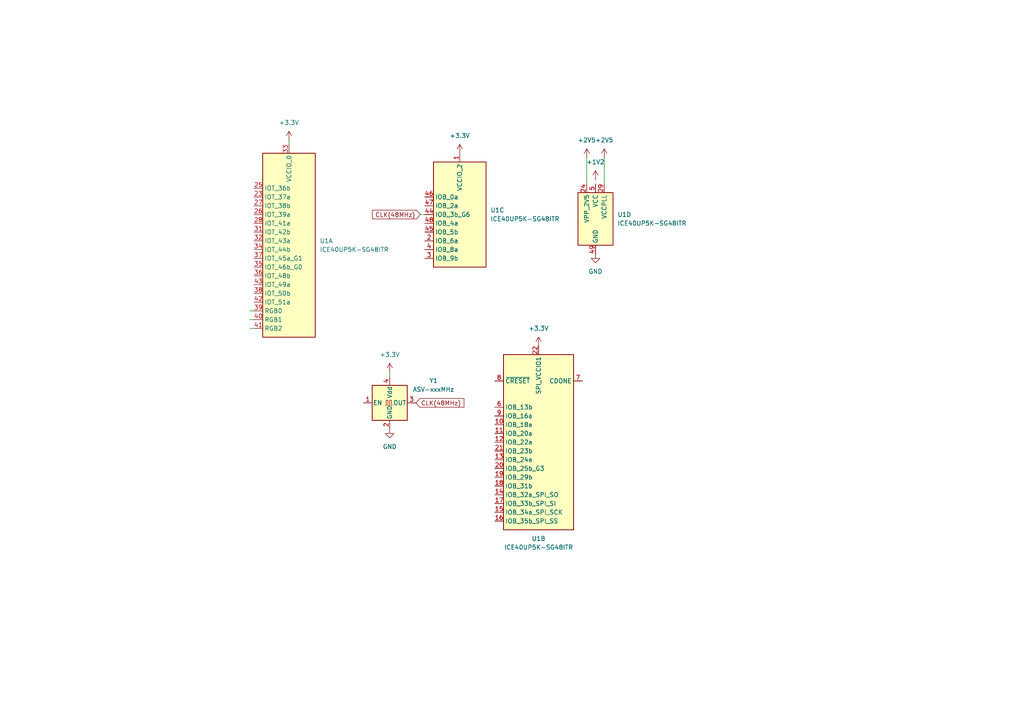
<source format=kicad_sch>
(kicad_sch (version 20250114) (generator "eeschema") (generator_version "9.0")
  (paper "A4")
  (lib_symbols
    (symbol "FPGA_Lattice:ICE40UP5K-SG48ITR"
      (property "Reference" "U" (at -8.89 -29.21 0))
      (property "Value" "ICE40UP5K-SG48ITR" (at 0 -31.75 0))
      (symbol "ICE40UP5K-SG48ITR_1_1"
        (rectangle (start -7.62 25.4) (end 7.62 -27.94) (stroke (width 0.254)) (fill (type background)))
        (pin bidirectional line (at -10.16 15.24 0) (length 2.54) (name "IOT_36b") (number "25"))
        (pin bidirectional line (at -10.16 12.7 0) (length 2.54) (name "IOT_37a") (number "23"))
        (pin bidirectional line (at -10.16 10.16 0) (length 2.54) (name "IOT_38b") (number "27"))
        (pin bidirectional line (at -10.16 7.62 0) (length 2.54) (name "IOT_39a") (number "26"))
        (pin bidirectional line (at -10.16 5.08 0) (length 2.54) (name "IOT_41a") (number "28"))
        (pin bidirectional line (at -10.16 2.54 0) (length 2.54) (name "IOT_42b") (number "31"))
        (pin bidirectional line (at -10.16 0 0) (length 2.54) (name "IOT_43a") (number "32"))
        (pin bidirectional line (at -10.16 -2.54 0) (length 2.54) (name "IOT_44b") (number "34"))
        (pin bidirectional line (at -10.16 -5.08 0) (length 2.54) (name "IOT_45a_G1") (number "37"))
        (pin bidirectional line (at -10.16 -7.62 0) (length 2.54) (name "IOT_46b_G0") (number "35"))
        (pin bidirectional line (at -10.16 -10.16 0) (length 2.54) (name "IOT_48b") (number "36"))
        (pin bidirectional line (at -10.16 -12.7 0) (length 2.54) (name "IOT_49a") (number "43"))
        (pin bidirectional line (at -10.16 -15.24 0) (length 2.54) (name "IOT_50b") (number "38"))
        (pin bidirectional line (at -10.16 -17.78 0) (length 2.54) (name "IOT_51a") (number "42"))
        (pin open_collector line (at -10.16 -20.32 0) (length 2.54) (name "RGB0") (number "39"))
        (pin open_collector line (at -10.16 -22.86 0) (length 2.54) (name "RGB1") (number "40"))
        (pin open_collector line (at -10.16 -25.4 0) (length 2.54) (name "RGB2") (number "41"))
        (pin power_in line (at 0 27.94 270) (length 2.54) (name "VCCIO_0") (number "33"))
      )
      (symbol "ICE40UP5K-SG48ITR_2_1"
        (rectangle (start -10.16 25.4) (end 10.16 -25.4) (stroke (width 0.254)) (fill (type background)))
        (pin input line (at -12.7 17.78 0) (length 2.54) (name "~{CRESET}") (number "8"))
        (pin bidirectional line (at -12.7 10.16 0) (length 2.54) (name "IOB_13b") (number "6"))
        (pin bidirectional line (at -12.7 7.62 0) (length 2.54) (name "IOB_16a") (number "9"))
        (pin bidirectional line (at -12.7 5.08 0) (length 2.54) (name "IOB_18a") (number "10"))
        (pin bidirectional line (at -12.7 2.54 0) (length 2.54) (name "IOB_20a") (number "11"))
        (pin bidirectional line (at -12.7 0 0) (length 2.54) (name "IOB_22a") (number "12"))
        (pin bidirectional line (at -12.7 -2.54 0) (length 2.54) (name "IOB_23b") (number "21"))
        (pin bidirectional line (at -12.7 -5.08 0) (length 2.54) (name "IOB_24a") (number "13"))
        (pin bidirectional line (at -12.7 -7.62 0) (length 2.54) (name "IOB_25b_G3") (number "20"))
        (pin bidirectional line (at -12.7 -10.16 0) (length 2.54) (name "IOB_29b") (number "19"))
        (pin bidirectional line (at -12.7 -12.7 0) (length 2.54) (name "IOB_31b") (number "18"))
        (pin bidirectional line (at -12.7 -15.24 0) (length 2.54) (name "IOB_32a_SPI_SO") (number "14"))
        (pin bidirectional line (at -12.7 -17.78 0) (length 2.54) (name "IOB_33b_SPI_SI") (number "17"))
        (pin bidirectional line (at -12.7 -20.32 0) (length 2.54) (name "IOB_34a_SPI_SCK") (number "15"))
        (pin bidirectional line (at -12.7 -22.86 0) (length 2.54) (name "IOB_35b_SPI_SS") (number "16"))
        (pin power_in line (at 0 27.94 270) (length 2.54) (name "SPI_VCCIO1") (number "22"))
        (pin open_collector line (at 12.7 17.78 180) (length 2.54) (name "CDONE") (number "7"))
      )
      (symbol "ICE40UP5K-SG48ITR_3_1"
        (rectangle (start -7.62 15.24) (end 7.62 -15.24) (stroke (width 0.254)) (fill (type background)))
        (pin bidirectional line (at -10.16 5.08 0) (length 2.54) (name "IOB_0a") (number "46"))
        (pin bidirectional line (at -10.16 2.54 0) (length 2.54) (name "IOB_2a") (number "47"))
        (pin bidirectional line (at -10.16 0 0) (length 2.54) (name "IOB_3b_G6") (number "44"))
        (pin bidirectional line (at -10.16 -2.54 0) (length 2.54) (name "IOB_4a") (number "48"))
        (pin bidirectional line (at -10.16 -5.08 0) (length 2.54) (name "IOB_5b") (number "45"))
        (pin bidirectional line (at -10.16 -7.62 0) (length 2.54) (name "IOB_6a") (number "2"))
        (pin bidirectional line (at -10.16 -10.16 0) (length 2.54) (name "IOB_8a") (number "4"))
        (pin bidirectional line (at -10.16 -12.7 0) (length 2.54) (name "IOB_9b") (number "3"))
        (pin power_in line (at 0 17.78 270) (length 2.54) (name "VCCIO_2") (number "1"))
      )
      (symbol "ICE40UP5K-SG48ITR_4_1"
        (rectangle (start -5.08 7.62) (end 5.08 -7.62) (stroke (width 0.254)) (fill (type background)))
        (pin power_in line (at -2.54 10.16 270) (length 2.54) (name "VPP_2V5") (number "24"))
        (pin passive line (at 0 10.16 270) (length 2.54) (hide yes) (name "VCC") (number "30"))
        (pin power_in line (at 0 10.16 270) (length 2.54) (name "VCC") (number "5"))
        (pin power_in line (at 0 -10.16 90) (length 2.54) (name "GND") (number "49"))
        (pin power_out line (at 2.54 10.16 270) (length 2.54) (name "VCCPLL") (number "29"))
      )
    )
    (symbol "Oscillator:ASV-xxxMHz" (pin_names (offset 0.254))
      (property "Reference" "Y" (at -5.08 6.35 0))
      (property "Value" "ASV-xxxMHz" (at 1.27 -6.35 0))
      (symbol "ASV-xxxMHz_0_1"
        (rectangle (start -5.08 5.08) (end 5.08 -5.08) (stroke (width 0.254)) (fill (type background)))
        (polyline (pts (xy -1.27 -0.762) (xy -1.016 -0.762) (xy -1.016 0.762) (xy -0.508 0.762) (xy -0.508 -0.762) (xy 0 -0.762) (xy 0 0.762) (xy 0.508 0.762) (xy 0.508 -0.762) (xy 0.762 -0.762)))
      )
      (symbol "ASV-xxxMHz_1_1"
        (pin input line (at -7.62 0 0) (length 2.54) (name "EN") (number "1"))
        (pin power_in line (at 0 7.62 270) (length 2.54) (name "Vdd") (number "4"))
        (pin power_in line (at 0 -7.62 90) (length 2.54) (name "GND") (number "2"))
        (pin output line (at 7.62 0 180) (length 2.54) (name "OUT") (number "3"))
      )
    )
    (symbol "power:+1V2" (power) (pin_numbers (hide yes)) (pin_names (offset 0) (hide yes))
      (property "Value" "+1V2" (at 0 3.556 0))
      (symbol "+1V2_0_1"
        (polyline (pts (xy -0.762 1.27) (xy 0 2.54)))
        (polyline (pts (xy 0 2.54) (xy 0.762 1.27)))
        (polyline (pts (xy 0 0) (xy 0 2.54)))
      )
      (symbol "+1V2_1_1"
        (pin power_in line (at 0 0 90) (length 0) (name "~") (number "1"))
      )
    )
    (symbol "power:+2V5" (power) (pin_numbers (hide yes)) (pin_names (offset 0) (hide yes))
      (property "Value" "+2V5" (at 0 3.556 0))
      (symbol "+2V5_0_1"
        (polyline (pts (xy -0.762 1.27) (xy 0 2.54)))
        (polyline (pts (xy 0 2.54) (xy 0.762 1.27)))
        (polyline (pts (xy 0 0) (xy 0 2.54)))
      )
      (symbol "+2V5_1_1"
        (pin power_in line (at 0 0 90) (length 0) (name "~") (number "1"))
      )
    )
    (symbol "power:+3.3V" (power) (pin_numbers (hide yes)) (pin_names (offset 0) (hide yes))
      (property "Value" "+3.3V" (at 0 3.556 0))
      (symbol "+3.3V_0_1"
        (polyline (pts (xy -0.762 1.27) (xy 0 2.54)))
        (polyline (pts (xy 0 2.54) (xy 0.762 1.27)))
        (polyline (pts (xy 0 0) (xy 0 2.54)))
      )
      (symbol "+3.3V_1_1"
        (pin power_in line (at 0 0 90) (length 0) (name "~") (number "1"))
      )
    )
    (symbol "power:GND" (power) (pin_numbers (hide yes)) (pin_names (offset 0) (hide yes))
      (property "Value" "GND" (at 0 -3.81 0))
      (symbol "GND_0_1"
        (polyline (pts (xy 0 0) (xy 0 -1.27) (xy 1.27 -1.27) (xy 0 -2.54) (xy -1.27 -1.27) (xy 0 -1.27)))
      )
      (symbol "GND_1_1"
        (pin power_in line (at 0 0 270) (length 0) (name "~") (number "1"))
      )
    )
  )
  (wire (pts (xy 175.26 45.72) (xy 175.26 53.34)))
  (wire (pts (xy 72.39 90.17) (xy 73.66 90.17)))
  (wire (pts (xy 83.82 41.91) (xy 83.82 40.64)))
  (wire (pts (xy 113.03 107.95) (xy 113.03 109.22)))
  (wire (pts (xy 170.18 45.72) (xy 170.18 53.34)))
  (wire (pts (xy 72.39 92.71) (xy 73.66 92.71)))
  (wire (pts (xy 72.39 95.25) (xy 73.66 95.25)))
  (wire (pts (xy 121.92 62.23) (xy 123.19 62.23)))
  (global_label "CLK(48MHz)" (shape input) (at 121.92 62.23 180) (property "Intersheetrefs" "${INTERSHEET_REFS}" (effects (hide yes))))
  (global_label "CLK(48MHz)" (shape input) (at 120.65 116.84 0) (property "Intersheetrefs" "${INTERSHEET_REFS}" (effects (hide yes))))
  (symbol (lib_id "power:+2V5") (at 175.26 45.72 0) (unit 1)
    (property "Reference" "#PWR014" (effects (hide yes)))
    (property "Value" "+2V5" (at 175.26 40.64 0))
    (property "Description" "Power symbol creates a global label with name \"+2V5\"" (effects (hide yes)))
  )
  (symbol (lib_id "power:GND") (at 113.03 124.46 0) (unit 1)
    (property "Reference" "#PWR011" (effects (hide yes)))
    (property "Value" "GND" (at 113.03 129.54 0))
    (property "Description" "Power symbol creates a global label with name \"GND\" , ground" (effects (hide yes)))
  )
  (symbol (lib_id "power:+3.3V") (at 83.82 40.64 0) (unit 1)
    (property "Reference" "#PWR016" (effects (hide yes)))
    (property "Value" "+3.3V" (at 83.82 35.56 0))
    (property "Description" "Power symbol creates a global label with name \"+3.3V\"" (effects (hide yes)))
  )
  (symbol (lib_id "power:+1V2") (at 172.72 52.07 0) (unit 1)
    (property "Reference" "#PWR013" (effects (hide yes)))
    (property "Value" "+1V2" (at 172.72 46.99 0))
    (property "Description" "Power symbol creates a global label with name \"+1V2\"" (effects (hide yes)))
  )
  (symbol (lib_id "FPGA_Lattice:ICE40UP5K-SG48ITR") (at 83.82 69.85 0) (unit 1)
    (property "Reference" "U1" (at 92.71 69.8499 0) (effects (justify left)))
    (property "Value" "ICE40UP5K-SG48ITR" (at 92.71 72.3899 0) (effects (justify left)))
    (property "Footprint" "Package_DFN_QFN:QFN-48-1EP_7x7mm_P0.5mm_EP5.6x5.6mm" (effects (hide yes)))
    (property "Datasheet" "http://www.latticesemi.com/Products/FPGAandCPLD/iCE40Ultra" (effects (hide yes)))
    (property "Description" "iCE40 UltraPlus FPGA, 5280 LUTs, 1.2V, 48-pin QFN" (effects (hide yes)))
  )
  (symbol (lib_id "power:GND") (at 172.72 73.66 0) (unit 1)
    (property "Reference" "#PWR015" (effects (hide yes)))
    (property "Value" "GND" (at 172.72 78.74 0))
    (property "Description" "Power symbol creates a global label with name \"GND\" , ground" (effects (hide yes)))
  )
  (symbol (lib_id "power:+3.3V") (at 156.21 100.33 0) (unit 1)
    (property "Reference" "#PWR018" (effects (hide yes)))
    (property "Value" "+3.3V" (at 156.21 95.25 0))
    (property "Description" "Power symbol creates a global label with name \"+3.3V\"" (effects (hide yes)))
  )
  (symbol (lib_id "FPGA_Lattice:ICE40UP5K-SG48ITR") (at 172.72 63.5 0) (unit 4)
    (property "Reference" "U1" (at 179.07 62.2299 0) (effects (justify left)))
    (property "Value" "ICE40UP5K-SG48ITR" (at 179.07 64.7699 0) (effects (justify left)))
    (property "Footprint" "Package_DFN_QFN:QFN-48-1EP_7x7mm_P0.5mm_EP5.6x5.6mm" (effects (hide yes)))
    (property "Datasheet" "http://www.latticesemi.com/Products/FPGAandCPLD/iCE40Ultra" (effects (hide yes)))
    (property "Description" "iCE40 UltraPlus FPGA, 5280 LUTs, 1.2V, 48-pin QFN" (effects (hide yes)))
  )
  (symbol (lib_id "FPGA_Lattice:ICE40UP5K-SG48ITR") (at 133.35 62.23 0) (unit 3)
    (property "Reference" "U1" (at 142.24 60.9599 0) (effects (justify left)))
    (property "Value" "ICE40UP5K-SG48ITR" (at 142.24 63.4999 0) (effects (justify left)))
    (property "Footprint" "Package_DFN_QFN:QFN-48-1EP_7x7mm_P0.5mm_EP5.6x5.6mm" (effects (hide yes)))
    (property "Datasheet" "http://www.latticesemi.com/Products/FPGAandCPLD/iCE40Ultra" (effects (hide yes)))
    (property "Description" "iCE40 UltraPlus FPGA, 5280 LUTs, 1.2V, 48-pin QFN" (effects (hide yes)))
  )
  (symbol (lib_id "power:+3.3V") (at 113.03 107.95 0) (unit 1)
    (property "Reference" "#PWR08" (effects (hide yes)))
    (property "Value" "+3.3V" (at 113.03 102.87 0))
    (property "Description" "Power symbol creates a global label with name \"+3.3V\"" (effects (hide yes)))
  )
  (symbol (lib_id "power:+3.3V") (at 133.35 44.45 0) (unit 1)
    (property "Reference" "#PWR017" (effects (hide yes)))
    (property "Value" "+3.3V" (at 133.35 39.37 0))
    (property "Description" "Power symbol creates a global label with name \"+3.3V\"" (effects (hide yes)))
  )
  (symbol (lib_id "Oscillator:ASV-xxxMHz") (at 113.03 116.84 0) (unit 1)
    (property "Reference" "Y1" (at 125.73 110.4198 0))
    (property "Value" "ASV-xxxMHz" (at 125.73 112.9598 0))
    (property "Footprint" "Oscillator:Oscillator_SMD_Abracon_ASV-4Pin_7.0x5.1mm" (effects (hide yes)))
    (property "Datasheet" "http://www.abracon.com/Oscillators/ASV.pdf" (effects (hide yes)))
    (property "Description" "3.3V HCMOS SMD Crystal Clock Oscillator, Abracon" (effects (hide yes)))
  )
  (symbol (lib_id "FPGA_Lattice:ICE40UP5K-SG48ITR") (at 156.21 128.27 0) (unit 2)
    (property "Reference" "U1" (at 156.21 156.21 0))
    (property "Value" "ICE40UP5K-SG48ITR" (at 156.21 158.75 0))
    (property "Footprint" "Package_DFN_QFN:QFN-48-1EP_7x7mm_P0.5mm_EP5.6x5.6mm" (effects (hide yes)))
    (property "Datasheet" "http://www.latticesemi.com/Products/FPGAandCPLD/iCE40Ultra" (effects (hide yes)))
    (property "Description" "iCE40 UltraPlus FPGA, 5280 LUTs, 1.2V, 48-pin QFN" (effects (hide yes)))
  )
  (symbol (lib_id "power:+2V5") (at 170.18 45.72 0) (unit 1)
    (property "Reference" "#PWR012" (effects (hide yes)))
    (property "Value" "+2V5" (at 170.18 40.64 0))
    (property "Description" "Power symbol creates a global label with name \"+2V5\"" (effects (hide yes)))
  )
)
</source>
